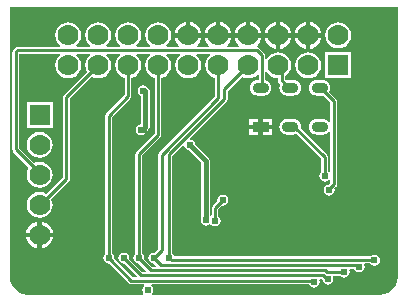
<source format=gbl>
G04*
G04 #@! TF.GenerationSoftware,Altium Limited,Altium Designer,20.1.10 (176)*
G04*
G04 Layer_Physical_Order=2*
G04 Layer_Color=16711680*
%FSLAX25Y25*%
%MOIN*%
G70*
G04*
G04 #@! TF.SameCoordinates,C4499B9A-1E71-4EDD-A5B7-EE233C105FA9*
G04*
G04*
G04 #@! TF.FilePolarity,Positive*
G04*
G01*
G75*
%ADD13C,0.01000*%
%ADD41C,0.01500*%
%ADD43C,0.07000*%
%ADD44R,0.07000X0.07000*%
%ADD45R,0.07000X0.07000*%
%ADD46O,0.05512X0.03543*%
%ADD47R,0.05512X0.03543*%
%ADD48C,0.02700*%
%ADD49C,0.02400*%
G36*
X68357Y81392D02*
X67933Y81067D01*
X67244Y80169D01*
X66811Y79123D01*
X66663Y78000D01*
X66811Y76877D01*
X67244Y75831D01*
X67933Y74933D01*
X68831Y74244D01*
X69877Y73811D01*
X69878Y73811D01*
Y67529D01*
X51410Y49061D01*
X51167Y48697D01*
X51082Y48268D01*
X51082Y48268D01*
Y16869D01*
X49708Y15495D01*
X49500Y15536D01*
X48798Y15397D01*
X48202Y14999D01*
X47804Y14403D01*
X47665Y13701D01*
X47804Y12999D01*
X48202Y12403D01*
X48798Y12005D01*
X49500Y11866D01*
X49708Y11907D01*
X50330Y11285D01*
X50139Y10823D01*
X48964D01*
X46293Y13493D01*
X46335Y13701D01*
X46195Y14403D01*
X45797Y14999D01*
X45621Y15116D01*
Y47928D01*
X51793Y54100D01*
X51793Y54100D01*
X52036Y54464D01*
X52122Y54893D01*
Y73811D01*
X52122Y73811D01*
X53169Y74244D01*
X54067Y74933D01*
X54756Y75831D01*
X55189Y76877D01*
X55337Y78000D01*
X55189Y79123D01*
X54756Y80169D01*
X54067Y81067D01*
X53643Y81392D01*
X53812Y81892D01*
X58188D01*
X58357Y81392D01*
X57933Y81067D01*
X57244Y80169D01*
X56811Y79123D01*
X56663Y78000D01*
X56811Y76877D01*
X57244Y75831D01*
X57933Y74933D01*
X58831Y74244D01*
X59878Y73811D01*
X61000Y73663D01*
X62122Y73811D01*
X63169Y74244D01*
X64067Y74933D01*
X64756Y75831D01*
X65189Y76877D01*
X65337Y78000D01*
X65189Y79123D01*
X64756Y80169D01*
X64067Y81067D01*
X63643Y81392D01*
X63812Y81892D01*
X68188D01*
X68357Y81392D01*
D02*
G37*
G36*
X130864Y7998D02*
Y7361D01*
X130616Y6111D01*
X130128Y4934D01*
X129420Y3874D01*
X128519Y2973D01*
X127460Y2266D01*
X126283Y1778D01*
X125033Y1529D01*
X49070D01*
X48882Y2029D01*
X49196Y2499D01*
X49335Y3201D01*
X49196Y3903D01*
X48798Y4499D01*
X48677Y4579D01*
X48829Y5079D01*
X101288D01*
X101304Y4999D01*
X101702Y4403D01*
X102298Y4005D01*
X103000Y3866D01*
X103702Y4005D01*
X104298Y4403D01*
X104696Y4999D01*
X104835Y5701D01*
X104700Y6379D01*
X104695Y6468D01*
X104953Y6879D01*
X105450D01*
X105674Y6655D01*
X105804Y5999D01*
X106202Y5403D01*
X106798Y5005D01*
X107500Y4866D01*
X108202Y5005D01*
X108798Y5403D01*
X109196Y5999D01*
X109335Y6701D01*
X109200Y7379D01*
X109195Y7468D01*
X109452Y7879D01*
X111585D01*
X111702Y7703D01*
X112298Y7305D01*
X113000Y7166D01*
X113702Y7305D01*
X114298Y7703D01*
X114696Y8299D01*
X114835Y9001D01*
X114700Y9679D01*
X114695Y9768D01*
X114953Y10179D01*
X116317D01*
X116702Y9603D01*
X117298Y9205D01*
X118000Y9066D01*
X118702Y9205D01*
X119298Y9603D01*
X119696Y10199D01*
X119835Y10901D01*
X119700Y11579D01*
X119695Y11668D01*
X119952Y12079D01*
X121593D01*
X121800Y11769D01*
X122396Y11372D01*
X123098Y11232D01*
X123801Y11372D01*
X124396Y11769D01*
X124794Y12365D01*
X124934Y13067D01*
X124794Y13769D01*
X124396Y14365D01*
X123801Y14763D01*
X123098Y14902D01*
X122396Y14763D01*
X121800Y14365D01*
X121772Y14323D01*
X56212D01*
X56196Y14403D01*
X55798Y14999D01*
X55622Y15116D01*
Y47837D01*
X59176Y51392D01*
X59719Y51227D01*
X59804Y50798D01*
X60202Y50202D01*
X60798Y49804D01*
X61361Y49692D01*
X65451Y45602D01*
Y27323D01*
X65304Y27103D01*
X65165Y26401D01*
X65304Y25699D01*
X65702Y25103D01*
X66298Y24705D01*
X67000Y24566D01*
X67702Y24705D01*
X68298Y25103D01*
X68746Y24874D01*
X69298Y24505D01*
X70000Y24366D01*
X70702Y24505D01*
X71298Y24903D01*
X71696Y25499D01*
X71835Y26201D01*
X71696Y26903D01*
X71298Y27499D01*
X71122Y27616D01*
Y30035D01*
X72292Y31206D01*
X72500Y31165D01*
X73202Y31304D01*
X73798Y31702D01*
X74196Y32298D01*
X74335Y33000D01*
X74196Y33702D01*
X73798Y34298D01*
X73202Y34696D01*
X72500Y34835D01*
X71798Y34696D01*
X71202Y34298D01*
X70804Y33702D01*
X70665Y33000D01*
X70706Y32792D01*
X69207Y31293D01*
X68964Y30929D01*
X68878Y30500D01*
X68878Y30500D01*
Y28073D01*
X68378Y27828D01*
X68204Y27963D01*
Y46172D01*
X68099Y46699D01*
X67801Y47146D01*
X63308Y51639D01*
X63196Y52202D01*
X62798Y52798D01*
X62202Y53196D01*
X61773Y53281D01*
X61608Y53824D01*
X73807Y66023D01*
X73807Y66023D01*
X74051Y66387D01*
X74136Y66816D01*
X74136Y66816D01*
Y69550D01*
X78831Y74245D01*
X78831Y74244D01*
X79878Y73811D01*
X81000Y73663D01*
X82122Y73811D01*
X83169Y74244D01*
X83978Y74865D01*
X84478Y74722D01*
Y73090D01*
X84173D01*
X83502Y73001D01*
X82876Y72742D01*
X82339Y72330D01*
X81927Y71793D01*
X81668Y71167D01*
X81579Y70496D01*
X81668Y69825D01*
X81927Y69199D01*
X82339Y68662D01*
X82876Y68250D01*
X83502Y67991D01*
X84173Y67902D01*
X86142D01*
X86813Y67991D01*
X87439Y68250D01*
X87976Y68662D01*
X88388Y69199D01*
X88647Y69825D01*
X88736Y70496D01*
X88647Y71167D01*
X88388Y71793D01*
X87976Y72330D01*
X87439Y72742D01*
X86813Y73001D01*
X86722Y73014D01*
Y75786D01*
X87222Y75886D01*
X87244Y75831D01*
X87933Y74933D01*
X88831Y74244D01*
X89877Y73811D01*
X91000Y73663D01*
X91027Y73640D01*
Y73052D01*
X91027Y73052D01*
X91112Y72623D01*
X91355Y72259D01*
X91792Y71822D01*
X91769Y71793D01*
X91510Y71167D01*
X91422Y70496D01*
X91510Y69825D01*
X91769Y69199D01*
X92182Y68662D01*
X92719Y68250D01*
X93344Y67991D01*
X94016Y67902D01*
X95984D01*
X96656Y67991D01*
X97281Y68250D01*
X97818Y68662D01*
X98231Y69199D01*
X98490Y69825D01*
X98578Y70496D01*
X98490Y71167D01*
X98231Y71793D01*
X97818Y72330D01*
X97281Y72742D01*
X96656Y73001D01*
X95984Y73090D01*
X94016D01*
X93733Y73053D01*
X93270Y73517D01*
Y74322D01*
X94067Y74933D01*
X94756Y75831D01*
X95189Y76877D01*
X95337Y78000D01*
X95189Y79123D01*
X94756Y80169D01*
X94067Y81067D01*
X93169Y81756D01*
X92123Y82189D01*
X91000Y82337D01*
X89877Y82189D01*
X88831Y81756D01*
X87933Y81067D01*
X87244Y80169D01*
X87222Y80114D01*
X86722Y80214D01*
Y81345D01*
X86636Y81775D01*
X86393Y82139D01*
X86393Y82139D01*
X84725Y83807D01*
X84361Y84050D01*
X84126Y84097D01*
X83983Y84617D01*
X84209Y84791D01*
X84931Y85731D01*
X85384Y86825D01*
X85440Y87250D01*
X81000D01*
X76560D01*
X76616Y86825D01*
X77069Y85731D01*
X77791Y84791D01*
X78027Y84609D01*
X77867Y84135D01*
X74133D01*
X73973Y84609D01*
X74209Y84791D01*
X74931Y85731D01*
X75384Y86825D01*
X75440Y87250D01*
X71000D01*
X66560D01*
X66616Y86825D01*
X67069Y85731D01*
X67791Y84791D01*
X68027Y84609D01*
X67867Y84135D01*
X64133D01*
X63973Y84609D01*
X64209Y84791D01*
X64931Y85731D01*
X65384Y86825D01*
X65440Y87250D01*
X61000D01*
X56560D01*
X56616Y86825D01*
X57069Y85731D01*
X57791Y84791D01*
X58027Y84609D01*
X57867Y84135D01*
X53848D01*
X53679Y84635D01*
X54067Y84933D01*
X54756Y85831D01*
X55189Y86878D01*
X55337Y88000D01*
X55189Y89122D01*
X54756Y90169D01*
X54067Y91067D01*
X53169Y91756D01*
X52122Y92189D01*
X51000Y92337D01*
X49878Y92189D01*
X48831Y91756D01*
X47933Y91067D01*
X47244Y90169D01*
X46811Y89122D01*
X46663Y88000D01*
X46811Y86878D01*
X47244Y85831D01*
X47933Y84933D01*
X48321Y84635D01*
X48152Y84135D01*
X43848D01*
X43679Y84635D01*
X44067Y84933D01*
X44756Y85831D01*
X45189Y86878D01*
X45337Y88000D01*
X45189Y89122D01*
X44756Y90169D01*
X44067Y91067D01*
X43169Y91756D01*
X42123Y92189D01*
X41000Y92337D01*
X39878Y92189D01*
X38831Y91756D01*
X37933Y91067D01*
X37244Y90169D01*
X36811Y89122D01*
X36663Y88000D01*
X36811Y86878D01*
X37244Y85831D01*
X37933Y84933D01*
X38321Y84635D01*
X38152Y84135D01*
X33848D01*
X33679Y84635D01*
X34067Y84933D01*
X34756Y85831D01*
X35189Y86878D01*
X35337Y88000D01*
X35189Y89122D01*
X34756Y90169D01*
X34067Y91067D01*
X33169Y91756D01*
X32122Y92189D01*
X31000Y92337D01*
X29877Y92189D01*
X28831Y91756D01*
X27933Y91067D01*
X27244Y90169D01*
X26811Y89122D01*
X26663Y88000D01*
X26811Y86878D01*
X27244Y85831D01*
X27933Y84933D01*
X28321Y84635D01*
X28152Y84135D01*
X23848D01*
X23679Y84635D01*
X24067Y84933D01*
X24756Y85831D01*
X25189Y86878D01*
X25337Y88000D01*
X25189Y89122D01*
X24756Y90169D01*
X24067Y91067D01*
X23168Y91756D01*
X22122Y92189D01*
X21000Y92337D01*
X19877Y92189D01*
X18832Y91756D01*
X17933Y91067D01*
X17244Y90169D01*
X16811Y89122D01*
X16663Y88000D01*
X16811Y86878D01*
X17244Y85831D01*
X17933Y84933D01*
X18321Y84635D01*
X18152Y84135D01*
X4086D01*
X3657Y84050D01*
X3293Y83807D01*
X3293Y83807D01*
X2707Y83221D01*
X2464Y82857D01*
X2378Y82428D01*
X2379Y82428D01*
Y50000D01*
X2378Y50000D01*
X2464Y49571D01*
X2707Y49207D01*
X7962Y43952D01*
X7744Y43668D01*
X7311Y42623D01*
X7163Y41500D01*
X7311Y40378D01*
X7744Y39331D01*
X8433Y38433D01*
X9331Y37744D01*
X10378Y37311D01*
X11500Y37163D01*
X12622Y37311D01*
X13668Y37744D01*
X14567Y38433D01*
X15256Y39331D01*
X15689Y40378D01*
X15837Y41500D01*
X15689Y42623D01*
X15256Y43668D01*
X14567Y44567D01*
X13668Y45256D01*
X12622Y45689D01*
X11500Y45837D01*
X10378Y45689D01*
X9684Y45402D01*
X4622Y50465D01*
Y81892D01*
X18188D01*
X18357Y81392D01*
X17933Y81067D01*
X17244Y80169D01*
X16811Y79123D01*
X16663Y78000D01*
X16811Y76877D01*
X17244Y75831D01*
X17933Y74933D01*
X18832Y74244D01*
X19877Y73811D01*
X21000Y73663D01*
X22122Y73811D01*
X23168Y74244D01*
X24067Y74933D01*
X24756Y75831D01*
X25189Y76877D01*
X25337Y78000D01*
X25189Y79123D01*
X24756Y80169D01*
X24067Y81067D01*
X23643Y81392D01*
X23812Y81892D01*
X28188D01*
X28357Y81392D01*
X27933Y81067D01*
X27244Y80169D01*
X26811Y79123D01*
X26663Y78000D01*
X26811Y76877D01*
X27244Y75831D01*
X27244Y75831D01*
X19657Y68243D01*
X19413Y67879D01*
X19328Y67450D01*
X19328Y67450D01*
Y40661D01*
X13812Y35146D01*
X13668Y35256D01*
X12622Y35689D01*
X11500Y35837D01*
X10378Y35689D01*
X9331Y35256D01*
X8433Y34567D01*
X7744Y33669D01*
X7311Y32623D01*
X7163Y31500D01*
X7311Y30378D01*
X7744Y29331D01*
X8433Y28433D01*
X9331Y27744D01*
X10378Y27311D01*
X11500Y27163D01*
X12622Y27311D01*
X13668Y27744D01*
X14567Y28433D01*
X15256Y29331D01*
X15689Y30378D01*
X15837Y31500D01*
X15689Y32623D01*
X15330Y33491D01*
X21243Y39404D01*
X21243Y39404D01*
X21486Y39768D01*
X21571Y40197D01*
Y66985D01*
X28831Y74245D01*
X28831Y74244D01*
X29877Y73811D01*
X31000Y73663D01*
X32122Y73811D01*
X33169Y74244D01*
X34067Y74933D01*
X34756Y75831D01*
X35189Y76877D01*
X35337Y78000D01*
X35189Y79123D01*
X34756Y80169D01*
X34067Y81067D01*
X33643Y81392D01*
X33812Y81892D01*
X38188D01*
X38357Y81392D01*
X37933Y81067D01*
X37244Y80169D01*
X36811Y79123D01*
X36663Y78000D01*
X36811Y76877D01*
X37244Y75831D01*
X37933Y74933D01*
X38831Y74244D01*
X39878Y73811D01*
X39878Y73811D01*
Y68217D01*
X33707Y62046D01*
X33464Y61682D01*
X33378Y61253D01*
X33378Y61253D01*
Y15116D01*
X33202Y14999D01*
X32804Y14403D01*
X32665Y13701D01*
X32804Y12999D01*
X33202Y12403D01*
X33798Y12005D01*
X34500Y11866D01*
X34708Y11907D01*
X41207Y5408D01*
X41207Y5408D01*
X41571Y5165D01*
X42000Y5079D01*
X42000Y5079D01*
X46171D01*
X46323Y4579D01*
X46202Y4499D01*
X45804Y3903D01*
X45665Y3201D01*
X45804Y2499D01*
X46118Y2029D01*
X45930Y1529D01*
X7361D01*
X6111Y1778D01*
X4934Y2266D01*
X3874Y2973D01*
X2973Y3874D01*
X2266Y4934D01*
X1778Y6111D01*
X1529Y7361D01*
Y7998D01*
Y97471D01*
X130864D01*
Y7998D01*
D02*
G37*
G36*
X48357Y81392D02*
X47933Y81067D01*
X47244Y80169D01*
X46811Y79123D01*
X46663Y78000D01*
X46811Y76877D01*
X47244Y75831D01*
X47933Y74933D01*
X48831Y74244D01*
X49878Y73811D01*
X49878Y73811D01*
Y55358D01*
X43706Y49186D01*
X43463Y48822D01*
X43378Y48393D01*
X43378Y48393D01*
Y15116D01*
X43202Y14999D01*
X42804Y14403D01*
X42664Y13701D01*
X42804Y12999D01*
X43202Y12403D01*
X43797Y12005D01*
X44499Y11866D01*
X44707Y11907D01*
X47030Y9584D01*
X46838Y9122D01*
X45665D01*
X41294Y13493D01*
X41335Y13701D01*
X41196Y14403D01*
X40798Y14999D01*
X40202Y15397D01*
X39500Y15536D01*
X38798Y15397D01*
X38202Y14999D01*
X37804Y14403D01*
X37665Y13701D01*
X37804Y12999D01*
X38202Y12403D01*
X38798Y12005D01*
X39500Y11866D01*
X39708Y11907D01*
X43830Y7784D01*
X43639Y7322D01*
X42465D01*
X36294Y13493D01*
X36335Y13701D01*
X36196Y14403D01*
X35798Y14999D01*
X35622Y15116D01*
Y60788D01*
X41793Y66960D01*
X41793Y66960D01*
X42036Y67323D01*
X42122Y67753D01*
X42122Y67753D01*
Y73811D01*
X42123Y73811D01*
X43169Y74244D01*
X44067Y74933D01*
X44756Y75831D01*
X45189Y76877D01*
X45337Y78000D01*
X45189Y79123D01*
X44756Y80169D01*
X44067Y81067D01*
X43643Y81392D01*
X43812Y81892D01*
X48188D01*
X48357Y81392D01*
D02*
G37*
%LPC*%
G36*
X81750Y92440D02*
Y88750D01*
X85440D01*
X85384Y89175D01*
X84931Y90269D01*
X84209Y91209D01*
X83269Y91931D01*
X82175Y92384D01*
X81750Y92440D01*
D02*
G37*
G36*
X101750D02*
Y88750D01*
X105440D01*
X105384Y89175D01*
X104931Y90269D01*
X104209Y91209D01*
X103269Y91931D01*
X102175Y92384D01*
X101750Y92440D01*
D02*
G37*
G36*
X91750D02*
Y88750D01*
X95440D01*
X95384Y89175D01*
X94931Y90269D01*
X94209Y91209D01*
X93269Y91931D01*
X92175Y92384D01*
X91750Y92440D01*
D02*
G37*
G36*
X61750D02*
Y88750D01*
X65440D01*
X65384Y89175D01*
X64931Y90269D01*
X64209Y91209D01*
X63269Y91931D01*
X62175Y92384D01*
X61750Y92440D01*
D02*
G37*
G36*
X71750D02*
Y88750D01*
X75440D01*
X75384Y89175D01*
X74931Y90269D01*
X74209Y91209D01*
X73269Y91931D01*
X72175Y92384D01*
X71750Y92440D01*
D02*
G37*
G36*
X100250D02*
X99825Y92384D01*
X98731Y91931D01*
X97791Y91209D01*
X97069Y90269D01*
X96616Y89175D01*
X96560Y88750D01*
X100250D01*
Y92440D01*
D02*
G37*
G36*
X80250D02*
X79825Y92384D01*
X78731Y91931D01*
X77791Y91209D01*
X77069Y90269D01*
X76616Y89175D01*
X76560Y88750D01*
X80250D01*
Y92440D01*
D02*
G37*
G36*
X60250D02*
X59825Y92384D01*
X58731Y91931D01*
X57791Y91209D01*
X57069Y90269D01*
X56616Y89175D01*
X56560Y88750D01*
X60250D01*
Y92440D01*
D02*
G37*
G36*
X90250D02*
X89825Y92384D01*
X88731Y91931D01*
X87791Y91209D01*
X87069Y90269D01*
X86616Y89175D01*
X86560Y88750D01*
X90250D01*
Y92440D01*
D02*
G37*
G36*
X70250D02*
X69825Y92384D01*
X68731Y91931D01*
X67791Y91209D01*
X67069Y90269D01*
X66616Y89175D01*
X66560Y88750D01*
X70250D01*
Y92440D01*
D02*
G37*
G36*
X111000Y92337D02*
X109878Y92189D01*
X108831Y91756D01*
X107933Y91067D01*
X107244Y90169D01*
X106811Y89122D01*
X106663Y88000D01*
X106811Y86878D01*
X107244Y85831D01*
X107933Y84933D01*
X108831Y84244D01*
X109878Y83811D01*
X111000Y83663D01*
X112122Y83811D01*
X113169Y84244D01*
X114067Y84933D01*
X114756Y85831D01*
X115189Y86878D01*
X115337Y88000D01*
X115189Y89122D01*
X114756Y90169D01*
X114067Y91067D01*
X113169Y91756D01*
X112122Y92189D01*
X111000Y92337D01*
D02*
G37*
G36*
X105440Y87250D02*
X101750D01*
Y83560D01*
X102175Y83616D01*
X103269Y84069D01*
X104209Y84791D01*
X104931Y85731D01*
X105384Y86825D01*
X105440Y87250D01*
D02*
G37*
G36*
X95440D02*
X91750D01*
Y83560D01*
X92175Y83616D01*
X93269Y84069D01*
X94209Y84791D01*
X94931Y85731D01*
X95384Y86825D01*
X95440Y87250D01*
D02*
G37*
G36*
X100250D02*
X96560D01*
X96616Y86825D01*
X97069Y85731D01*
X97791Y84791D01*
X98731Y84069D01*
X99825Y83616D01*
X100250Y83560D01*
Y87250D01*
D02*
G37*
G36*
X90250D02*
X86560D01*
X86616Y86825D01*
X87069Y85731D01*
X87791Y84791D01*
X88731Y84069D01*
X89825Y83616D01*
X90250Y83560D01*
Y87250D01*
D02*
G37*
G36*
X115300Y82300D02*
X106700D01*
Y73700D01*
X115300D01*
Y82300D01*
D02*
G37*
G36*
X101000Y82337D02*
X99878Y82189D01*
X98831Y81756D01*
X97933Y81067D01*
X97244Y80169D01*
X96811Y79123D01*
X96663Y78000D01*
X96811Y76877D01*
X97244Y75831D01*
X97933Y74933D01*
X98831Y74244D01*
X99878Y73811D01*
X101000Y73663D01*
X102122Y73811D01*
X103169Y74244D01*
X104067Y74933D01*
X104756Y75831D01*
X105189Y76877D01*
X105337Y78000D01*
X105189Y79123D01*
X104756Y80169D01*
X104067Y81067D01*
X103169Y81756D01*
X102122Y82189D01*
X101000Y82337D01*
D02*
G37*
G36*
X105827Y73090D02*
X103858D01*
X103187Y73001D01*
X102561Y72742D01*
X102024Y72330D01*
X101612Y71793D01*
X101353Y71167D01*
X101264Y70496D01*
X101353Y69825D01*
X101612Y69199D01*
X102024Y68662D01*
X102561Y68250D01*
X103187Y67991D01*
X103858Y67902D01*
X105827D01*
X106109Y67939D01*
X108378Y65670D01*
Y59224D01*
X107878Y59054D01*
X107661Y59338D01*
X107124Y59750D01*
X106498Y60009D01*
X105827Y60098D01*
X103858D01*
X103187Y60009D01*
X102561Y59750D01*
X102024Y59338D01*
X101612Y58801D01*
X101353Y58175D01*
X101264Y57504D01*
X101353Y56833D01*
X101612Y56207D01*
X102024Y55670D01*
X102561Y55258D01*
X103187Y54998D01*
X103858Y54910D01*
X105827D01*
X106498Y54998D01*
X107124Y55258D01*
X107661Y55670D01*
X107878Y55953D01*
X108378Y55784D01*
Y42576D01*
X107878Y42359D01*
X107622Y42564D01*
Y47423D01*
X107536Y47852D01*
X107293Y48216D01*
X107293Y48216D01*
X98511Y56998D01*
X98578Y57504D01*
X98490Y58175D01*
X98231Y58801D01*
X97818Y59338D01*
X97281Y59750D01*
X96656Y60009D01*
X95984Y60098D01*
X94016D01*
X93344Y60009D01*
X92719Y59750D01*
X92182Y59338D01*
X91769Y58801D01*
X91510Y58175D01*
X91422Y57504D01*
X91510Y56833D01*
X91769Y56207D01*
X92182Y55670D01*
X92719Y55258D01*
X93344Y54998D01*
X94016Y54910D01*
X95984D01*
X96656Y54998D01*
X97138Y55198D01*
X105378Y46958D01*
Y42415D01*
X105202Y42298D01*
X104804Y41702D01*
X104665Y41000D01*
X104804Y40298D01*
X105202Y39702D01*
X105798Y39304D01*
X106500Y39165D01*
X107202Y39304D01*
X107798Y39702D01*
X107878Y39823D01*
X108378Y39671D01*
Y38792D01*
X107838Y38252D01*
X107298Y38145D01*
X106702Y37747D01*
X106304Y37151D01*
X106165Y36449D01*
X106304Y35747D01*
X106702Y35151D01*
X107298Y34753D01*
X108000Y34614D01*
X108702Y34753D01*
X109298Y35151D01*
X109696Y35747D01*
X109835Y36449D01*
X109731Y36973D01*
X110293Y37535D01*
X110536Y37899D01*
X110622Y38328D01*
X110622Y38328D01*
Y66135D01*
X110622Y66135D01*
X110536Y66564D01*
X110293Y66928D01*
X110293Y66928D01*
X108051Y69170D01*
X108073Y69199D01*
X108332Y69825D01*
X108421Y70496D01*
X108332Y71167D01*
X108073Y71793D01*
X107661Y72330D01*
X107124Y72742D01*
X106498Y73001D01*
X105827Y73090D01*
D02*
G37*
G36*
X88913Y60276D02*
X85908D01*
Y58254D01*
X88913D01*
Y60276D01*
D02*
G37*
G36*
X84408D02*
X81402D01*
Y58254D01*
X84408D01*
Y60276D01*
D02*
G37*
G36*
X15800Y65800D02*
X7200D01*
Y57200D01*
X15800D01*
Y65800D01*
D02*
G37*
G36*
X88913Y56754D02*
X85908D01*
Y54732D01*
X88913D01*
Y56754D01*
D02*
G37*
G36*
X84408D02*
X81402D01*
Y54732D01*
X84408D01*
Y56754D01*
D02*
G37*
G36*
X11500Y55837D02*
X10378Y55689D01*
X9331Y55256D01*
X8433Y54567D01*
X7744Y53669D01*
X7311Y52622D01*
X7163Y51500D01*
X7311Y50378D01*
X7744Y49332D01*
X8433Y48433D01*
X9331Y47744D01*
X10378Y47311D01*
X11500Y47163D01*
X12622Y47311D01*
X13668Y47744D01*
X14567Y48433D01*
X15256Y49332D01*
X15689Y50378D01*
X15837Y51500D01*
X15689Y52622D01*
X15256Y53669D01*
X14567Y54567D01*
X13668Y55256D01*
X12622Y55689D01*
X11500Y55837D01*
D02*
G37*
G36*
X12250Y25940D02*
Y22250D01*
X15940D01*
X15884Y22675D01*
X15431Y23769D01*
X14709Y24709D01*
X13769Y25431D01*
X12675Y25884D01*
X12250Y25940D01*
D02*
G37*
G36*
X10750D02*
X10325Y25884D01*
X9231Y25431D01*
X8291Y24709D01*
X7569Y23769D01*
X7116Y22675D01*
X7060Y22250D01*
X10750D01*
Y25940D01*
D02*
G37*
G36*
X15940Y20750D02*
X12250D01*
Y17060D01*
X12675Y17116D01*
X13769Y17569D01*
X14709Y18291D01*
X15431Y19231D01*
X15884Y20325D01*
X15940Y20750D01*
D02*
G37*
G36*
X10750D02*
X7060D01*
X7116Y20325D01*
X7569Y19231D01*
X8291Y18291D01*
X9231Y17569D01*
X10325Y17116D01*
X10750Y17060D01*
Y20750D01*
D02*
G37*
G36*
X46017Y71335D02*
X45315Y71196D01*
X44720Y70798D01*
X44322Y70202D01*
X44182Y69500D01*
X44322Y68798D01*
X44720Y68202D01*
X45315Y67804D01*
X45415Y67785D01*
Y58478D01*
X45357Y58430D01*
X44654Y58290D01*
X44059Y57892D01*
X43661Y57297D01*
X43521Y56595D01*
X43661Y55892D01*
X44059Y55297D01*
X44654Y54899D01*
X45357Y54759D01*
X46059Y54899D01*
X46654Y55297D01*
X46683Y55340D01*
X47104Y55621D01*
X47403Y56068D01*
X47426Y56187D01*
X47765Y56525D01*
X47765Y56525D01*
X48063Y56972D01*
X48168Y57499D01*
X48168Y57499D01*
Y69500D01*
X48063Y70027D01*
X47765Y70473D01*
X47344Y70755D01*
X47315Y70798D01*
X46720Y71196D01*
X46017Y71335D01*
D02*
G37*
%LPD*%
D13*
X85158Y70496D02*
X85600Y70939D01*
Y81345D01*
X83932Y83014D02*
X85600Y81345D01*
X4086Y83014D02*
X83932D01*
X3500Y50000D02*
Y82428D01*
X4086Y83014D01*
X52203Y48268D02*
X71000Y67064D01*
X73014Y66816D02*
Y70014D01*
X71000Y67064D02*
Y78000D01*
X52203Y16404D02*
Y48268D01*
X54500Y48302D02*
X73014Y66816D01*
X54500Y13701D02*
Y48302D01*
X96419Y57504D02*
X106500Y47423D01*
Y41000D02*
Y47423D01*
X109500Y38328D02*
Y66135D01*
X105139Y70496D02*
X106796Y68839D01*
Y68839D02*
Y68839D01*
Y68839D02*
X109500Y66135D01*
X108000Y36828D02*
X109500Y38328D01*
X104842Y70496D02*
X105139D01*
X108000Y36449D02*
Y36828D01*
X95000Y57504D02*
X96419D01*
X34500Y61253D02*
X41000Y67753D01*
X34500Y13701D02*
X34842Y13359D01*
X34500Y13701D02*
Y61253D01*
X34842Y13359D02*
X42000Y6201D01*
X44499Y13701D02*
Y48393D01*
X51000Y54893D01*
X70000Y26201D02*
Y30500D01*
X72500Y33000D01*
X91000Y78000D02*
X92148Y76852D01*
Y73052D02*
Y76852D01*
Y73052D02*
X94704Y70496D01*
X95000D01*
X51000Y54893D02*
Y78000D01*
X41000Y67753D02*
Y78000D01*
X107177Y9001D02*
X113000D01*
X106477Y9701D02*
X107177Y9001D01*
X48499Y9701D02*
X106477D01*
X44499Y13701D02*
X48499Y9701D01*
X42000Y6201D02*
X101714D01*
X11334Y32676D02*
X12929D01*
X20450Y40197D01*
X3500Y50000D02*
X10824Y42676D01*
X11334D01*
X39500Y13701D02*
X39500D01*
X49500D02*
X52203Y16404D01*
X49500Y13701D02*
X51900Y11301D01*
X54879Y13701D02*
X55379Y13201D01*
X54500Y13701D02*
X54879D01*
X102732Y5969D02*
X103000Y5701D01*
X107214Y6701D02*
X107500D01*
X105914Y8001D02*
X107214Y6701D01*
X122964Y13201D02*
X123098Y13067D01*
X101714Y6201D02*
X101946Y5969D01*
X102732D01*
X20450Y40197D02*
Y67450D01*
X39500Y13701D02*
X45200Y8001D01*
X117600Y11301D02*
X118000Y10901D01*
X20450Y67450D02*
X31000Y78000D01*
X73014Y70014D02*
X81000Y78000D01*
X45200Y8001D02*
X105914D01*
X55379Y13201D02*
X122964D01*
X51900Y11301D02*
X117600D01*
D41*
X61500Y51500D02*
X61500D01*
X66828Y26573D02*
Y46172D01*
X61500Y51500D02*
X66828Y46172D01*
Y26573D02*
X67000Y26401D01*
X46792Y57499D02*
Y69500D01*
X46131Y56838D02*
X46792Y57499D01*
X46131Y56595D02*
Y56838D01*
D43*
X11500Y41500D02*
D03*
Y51500D02*
D03*
Y31500D02*
D03*
Y21500D02*
D03*
X21000Y88000D02*
D03*
X31000D02*
D03*
X41000D02*
D03*
X51000D02*
D03*
X61000D02*
D03*
X71000D02*
D03*
X81000D02*
D03*
X91000D02*
D03*
X101000D02*
D03*
X111000D02*
D03*
X21000Y78000D02*
D03*
X31000D02*
D03*
X41000D02*
D03*
X51000D02*
D03*
X61000D02*
D03*
X71000D02*
D03*
X81000D02*
D03*
X91000D02*
D03*
X101000D02*
D03*
D44*
X11500Y61500D02*
D03*
D45*
X111000Y78000D02*
D03*
D46*
X85158Y70496D02*
D03*
X95000D02*
D03*
X104842D02*
D03*
Y57504D02*
D03*
X95000D02*
D03*
D47*
X85158D02*
D03*
D48*
X85500Y37701D02*
D03*
X88000Y51650D02*
D03*
X114756Y71500D02*
D03*
X119179Y56833D02*
D03*
X79252Y62150D02*
D03*
D49*
X61500Y51500D02*
D03*
X108000Y36449D02*
D03*
X106500Y41000D02*
D03*
X103000Y5701D02*
D03*
X123098Y13067D02*
D03*
X118000Y10901D02*
D03*
X107500Y6701D02*
D03*
X113000Y9001D02*
D03*
X57408Y72539D02*
D03*
X67945Y72330D02*
D03*
X60500Y40583D02*
D03*
X72500Y33000D02*
D03*
X67000Y26401D02*
D03*
X70000Y26201D02*
D03*
X44499Y13701D02*
D03*
X45357Y56595D02*
D03*
X46017Y69500D02*
D03*
X34500Y13701D02*
D03*
X39500D02*
D03*
X40671Y47029D02*
D03*
X49500Y13701D02*
D03*
X47500Y3201D02*
D03*
X67500Y18201D02*
D03*
X54500Y13701D02*
D03*
M02*

</source>
